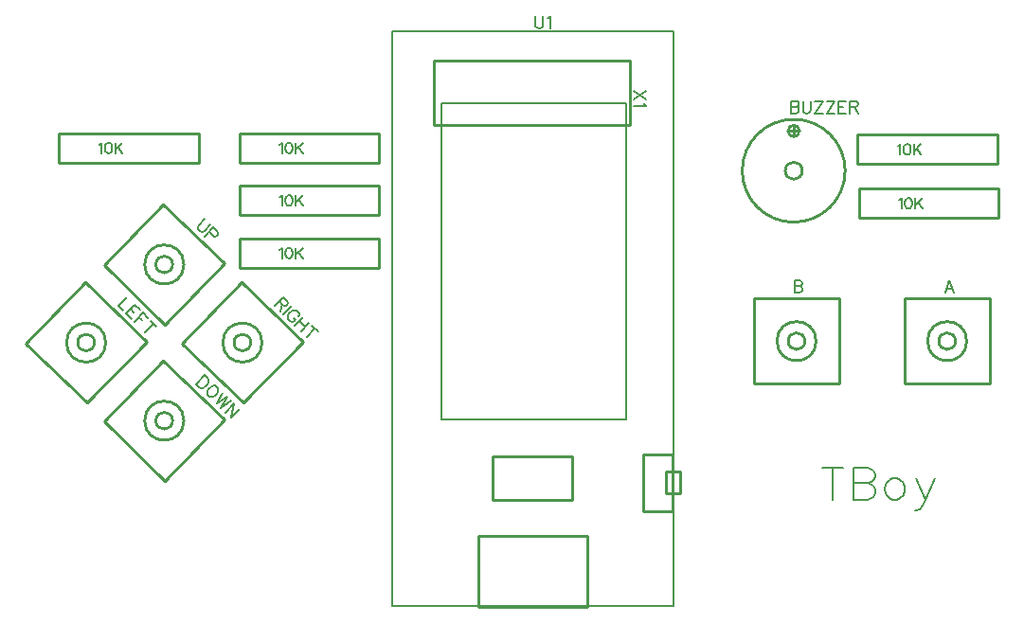
<source format=gto>
G04 Layer: TopSilkLayer*
G04 EasyEDA v6.4.19.5, 2021-06-24T18:33:29+08:00*
G04 aead1162afaa444bbc7f75adb803ea33,99b1a7aa48a248eb80d1c8c93250a523,10*
G04 Gerber Generator version 0.2*
G04 Scale: 100 percent, Rotated: No, Reflected: No *
G04 Dimensions in millimeters *
G04 leading zeros omitted , absolute positions ,4 integer and 5 decimal *
%FSLAX45Y45*%
%MOMM*%

%ADD10C,0.2540*%
%ADD20C,0.1270*%
%ADD21C,0.2032*%
%ADD22C,0.1524*%

%LPD*%
D21*
X7753604Y10665968D02*
G01*
X7753604Y10379455D01*
X7658100Y10665968D02*
G01*
X7849108Y10665968D01*
X7939024Y10665968D02*
G01*
X7939024Y10379455D01*
X7939024Y10665968D02*
G01*
X8061706Y10665968D01*
X8102600Y10652252D01*
X8116315Y10638536D01*
X8130031Y10611358D01*
X8130031Y10584179D01*
X8116315Y10556747D01*
X8102600Y10543286D01*
X8061706Y10529570D01*
X7939024Y10529570D02*
G01*
X8061706Y10529570D01*
X8102600Y10515854D01*
X8116315Y10502392D01*
X8130031Y10474960D01*
X8130031Y10434065D01*
X8116315Y10406887D01*
X8102600Y10393171D01*
X8061706Y10379455D01*
X7939024Y10379455D01*
X8288020Y10570463D02*
G01*
X8260841Y10556747D01*
X8233663Y10529570D01*
X8219947Y10488676D01*
X8219947Y10461497D01*
X8233663Y10420350D01*
X8260841Y10393171D01*
X8288020Y10379455D01*
X8328913Y10379455D01*
X8356345Y10393171D01*
X8383524Y10420350D01*
X8397240Y10461497D01*
X8397240Y10488676D01*
X8383524Y10529570D01*
X8356345Y10556747D01*
X8328913Y10570463D01*
X8288020Y10570463D01*
X8500872Y10570463D02*
G01*
X8582659Y10379455D01*
X8664447Y10570463D02*
G01*
X8582659Y10379455D01*
X8555481Y10325100D01*
X8528050Y10297668D01*
X8500872Y10284205D01*
X8487156Y10284205D01*
X8333740Y13542263D02*
G01*
X8342884Y13546836D01*
X8356600Y13560552D01*
X8356600Y13465047D01*
X8413750Y13560552D02*
G01*
X8400288Y13555979D01*
X8391143Y13542263D01*
X8386572Y13519657D01*
X8386572Y13505942D01*
X8391143Y13483336D01*
X8400288Y13469620D01*
X8413750Y13465047D01*
X8422893Y13465047D01*
X8436609Y13469620D01*
X8445754Y13483336D01*
X8450325Y13505942D01*
X8450325Y13519657D01*
X8445754Y13542263D01*
X8436609Y13555979D01*
X8422893Y13560552D01*
X8413750Y13560552D01*
X8480297Y13560552D02*
G01*
X8480297Y13465047D01*
X8543797Y13560552D02*
G01*
X8480297Y13496797D01*
X8502904Y13519657D02*
G01*
X8543797Y13465047D01*
X8346440Y13059663D02*
G01*
X8355584Y13064236D01*
X8369300Y13077952D01*
X8369300Y12982447D01*
X8426450Y13077952D02*
G01*
X8412988Y13073379D01*
X8403843Y13059663D01*
X8399272Y13037058D01*
X8399272Y13023342D01*
X8403843Y13000736D01*
X8412988Y12987020D01*
X8426450Y12982447D01*
X8435593Y12982447D01*
X8449309Y12987020D01*
X8458454Y13000736D01*
X8463025Y13023342D01*
X8463025Y13037058D01*
X8458454Y13059663D01*
X8449309Y13073379D01*
X8435593Y13077952D01*
X8426450Y13077952D01*
X8492997Y13077952D02*
G01*
X8492997Y12982447D01*
X8556497Y13077952D02*
G01*
X8492997Y13014197D01*
X8515604Y13037058D02*
G01*
X8556497Y12982447D01*
X1196339Y13554963D02*
G01*
X1205484Y13559536D01*
X1219200Y13573252D01*
X1219200Y13477747D01*
X1276350Y13573252D02*
G01*
X1262887Y13568679D01*
X1253744Y13554963D01*
X1249171Y13532357D01*
X1249171Y13518642D01*
X1253744Y13496036D01*
X1262887Y13482320D01*
X1276350Y13477747D01*
X1285494Y13477747D01*
X1299210Y13482320D01*
X1308354Y13496036D01*
X1312926Y13518642D01*
X1312926Y13532357D01*
X1308354Y13554963D01*
X1299210Y13568679D01*
X1285494Y13573252D01*
X1276350Y13573252D01*
X1342897Y13573252D02*
G01*
X1342897Y13477747D01*
X1406397Y13573252D02*
G01*
X1342897Y13509497D01*
X1365504Y13532357D02*
G01*
X1406397Y13477747D01*
X2809240Y13554963D02*
G01*
X2818384Y13559536D01*
X2832100Y13573252D01*
X2832100Y13477747D01*
X2889250Y13573252D02*
G01*
X2875788Y13568679D01*
X2866643Y13554963D01*
X2862072Y13532357D01*
X2862072Y13518642D01*
X2866643Y13496036D01*
X2875788Y13482320D01*
X2889250Y13477747D01*
X2898393Y13477747D01*
X2912109Y13482320D01*
X2921254Y13496036D01*
X2925825Y13518642D01*
X2925825Y13532357D01*
X2921254Y13554963D01*
X2912109Y13568679D01*
X2898393Y13573252D01*
X2889250Y13573252D01*
X2955797Y13573252D02*
G01*
X2955797Y13477747D01*
X3019297Y13573252D02*
G01*
X2955797Y13509497D01*
X2978404Y13532357D02*
G01*
X3019297Y13477747D01*
X2809240Y12615163D02*
G01*
X2818384Y12619736D01*
X2832100Y12633452D01*
X2832100Y12537947D01*
X2889250Y12633452D02*
G01*
X2875788Y12628879D01*
X2866643Y12615163D01*
X2862072Y12592558D01*
X2862072Y12578842D01*
X2866643Y12556236D01*
X2875788Y12542520D01*
X2889250Y12537947D01*
X2898393Y12537947D01*
X2912109Y12542520D01*
X2921254Y12556236D01*
X2925825Y12578842D01*
X2925825Y12592558D01*
X2921254Y12615163D01*
X2912109Y12628879D01*
X2898393Y12633452D01*
X2889250Y12633452D01*
X2955797Y12633452D02*
G01*
X2955797Y12537947D01*
X3019297Y12633452D02*
G01*
X2955797Y12569697D01*
X2978404Y12592558D02*
G01*
X3019297Y12537947D01*
X2809240Y13085063D02*
G01*
X2818384Y13089636D01*
X2832100Y13103352D01*
X2832100Y13007847D01*
X2889250Y13103352D02*
G01*
X2875788Y13098779D01*
X2866643Y13085063D01*
X2862072Y13062458D01*
X2862072Y13048742D01*
X2866643Y13026136D01*
X2875788Y13012420D01*
X2889250Y13007847D01*
X2898393Y13007847D01*
X2912109Y13012420D01*
X2921254Y13026136D01*
X2925825Y13048742D01*
X2925825Y13062458D01*
X2921254Y13085063D01*
X2912109Y13098779D01*
X2898393Y13103352D01*
X2889250Y13103352D01*
X2955797Y13103352D02*
G01*
X2955797Y13007847D01*
X3019297Y13103352D02*
G01*
X2955797Y13039597D01*
X2978404Y13062458D02*
G01*
X3019297Y13007847D01*
D22*
X7378700Y13945616D02*
G01*
X7378700Y13836650D01*
X7378700Y13945616D02*
G01*
X7425436Y13945616D01*
X7440929Y13940536D01*
X7446263Y13935202D01*
X7451343Y13924787D01*
X7451343Y13914374D01*
X7446263Y13903960D01*
X7440929Y13898879D01*
X7425436Y13893800D01*
X7378700Y13893800D02*
G01*
X7425436Y13893800D01*
X7440929Y13888466D01*
X7446263Y13883386D01*
X7451343Y13872971D01*
X7451343Y13857224D01*
X7446263Y13846810D01*
X7440929Y13841729D01*
X7425436Y13836650D01*
X7378700Y13836650D01*
X7485634Y13945616D02*
G01*
X7485634Y13867637D01*
X7490968Y13852144D01*
X7501381Y13841729D01*
X7516875Y13836650D01*
X7527290Y13836650D01*
X7542784Y13841729D01*
X7553197Y13852144D01*
X7558531Y13867637D01*
X7558531Y13945616D01*
X7665465Y13945616D02*
G01*
X7592822Y13836650D01*
X7592822Y13945616D02*
G01*
X7665465Y13945616D01*
X7592822Y13836650D02*
G01*
X7665465Y13836650D01*
X7772400Y13945616D02*
G01*
X7699756Y13836650D01*
X7699756Y13945616D02*
G01*
X7772400Y13945616D01*
X7699756Y13836650D02*
G01*
X7772400Y13836650D01*
X7806690Y13945616D02*
G01*
X7806690Y13836650D01*
X7806690Y13945616D02*
G01*
X7874254Y13945616D01*
X7806690Y13893800D02*
G01*
X7848345Y13893800D01*
X7806690Y13836650D02*
G01*
X7874254Y13836650D01*
X7908543Y13945616D02*
G01*
X7908543Y13836650D01*
X7908543Y13945616D02*
G01*
X7955279Y13945616D01*
X7971027Y13940536D01*
X7976108Y13935202D01*
X7981441Y13924787D01*
X7981441Y13914374D01*
X7976108Y13903960D01*
X7971027Y13898879D01*
X7955279Y13893800D01*
X7908543Y13893800D01*
X7945120Y13893800D02*
G01*
X7981441Y13836650D01*
X2141029Y12889095D02*
G01*
X2086858Y12833002D01*
X2079752Y12818328D01*
X2080006Y12803601D01*
X2087808Y12789009D01*
X2095296Y12781775D01*
X2109970Y12774665D01*
X2124697Y12774922D01*
X2139114Y12782539D01*
X2193282Y12838633D01*
X2217950Y12814813D02*
G01*
X2142256Y12736428D01*
X2217950Y12814813D02*
G01*
X2251570Y12782346D01*
X2259368Y12767754D01*
X2259317Y12760385D01*
X2255918Y12749189D01*
X2245156Y12738044D01*
X2234084Y12734259D01*
X2226901Y12734135D01*
X2211870Y12741236D01*
X2178250Y12773700D01*
X2141026Y11492092D02*
G01*
X2065337Y11413708D01*
X2141026Y11492092D02*
G01*
X2167155Y11466865D01*
X2174956Y11452268D01*
X2175029Y11437721D01*
X2171631Y11426525D01*
X2164346Y11411666D01*
X2146348Y11393030D01*
X2131933Y11385415D01*
X2120861Y11381630D01*
X2106317Y11381193D01*
X2091461Y11388481D01*
X2065337Y11413708D01*
X2240424Y11396108D02*
G01*
X2229401Y11399692D01*
X2214676Y11399433D01*
X2203790Y11395471D01*
X2189012Y11387846D01*
X2171014Y11369212D01*
X2164090Y11354361D01*
X2160508Y11343340D01*
X2160765Y11328615D01*
X2164730Y11317726D01*
X2179711Y11303256D01*
X2190732Y11299680D01*
X2205456Y11299936D01*
X2216345Y11303896D01*
X2230945Y11311336D01*
X2248941Y11329974D01*
X2256043Y11345009D01*
X2259624Y11356027D01*
X2259368Y11370751D01*
X2255403Y11381640D01*
X2240424Y11396108D01*
X2302543Y11336121D02*
G01*
X2245486Y11239738D01*
X2339817Y11300124D02*
G01*
X2245486Y11239738D01*
X2339817Y11300124D02*
G01*
X2282761Y11203746D01*
X2377274Y11263952D02*
G01*
X2282761Y11203746D01*
X2401940Y11240135D02*
G01*
X2326246Y11161748D01*
X2401940Y11240135D02*
G01*
X2378499Y11111288D01*
X2454196Y11189672D02*
G01*
X2378499Y11111288D01*
X2839529Y12190595D02*
G01*
X2763832Y12112210D01*
X2839529Y12190595D02*
G01*
X2873146Y12158129D01*
X2880763Y12143714D01*
X2880893Y12136168D01*
X2877311Y12125147D01*
X2870080Y12117659D01*
X2859194Y12113694D01*
X2851828Y12113747D01*
X2837152Y12120857D01*
X2803532Y12153323D01*
X2829659Y12128091D02*
G01*
X2816087Y12061748D01*
X2916450Y12116315D02*
G01*
X2840756Y12037928D01*
X2979211Y12019686D02*
G01*
X2982790Y12030707D01*
X2982536Y12045434D01*
X2978571Y12056320D01*
X2963590Y12070791D01*
X2952569Y12074370D01*
X2937845Y12074113D01*
X2926956Y12070148D01*
X2912181Y12062526D01*
X2894180Y12043892D01*
X2887253Y12029041D01*
X2883674Y12018020D01*
X2883933Y12003295D01*
X2887896Y11992406D01*
X2902879Y11977938D01*
X2913895Y11974360D01*
X2928625Y11974614D01*
X2939511Y11978573D01*
X2950273Y11989722D01*
X2931637Y12007720D02*
G01*
X2950273Y11989722D01*
X3021876Y12014504D02*
G01*
X2946179Y11936122D01*
X3074311Y11963867D02*
G01*
X2998619Y11885482D01*
X2985879Y11977235D02*
G01*
X3038320Y11926592D01*
X3125106Y11914814D02*
G01*
X3049412Y11836433D01*
X3098980Y11940044D02*
G01*
X3151238Y11889582D01*
X1442526Y12190592D02*
G01*
X1366832Y12112210D01*
X1366832Y12112210D02*
G01*
X1411597Y12068982D01*
X1511957Y12123546D02*
G01*
X1436263Y12045162D01*
X1511957Y12123546D02*
G01*
X1560560Y12076612D01*
X1475963Y12086272D02*
G01*
X1505927Y12057336D01*
X1436263Y12045162D02*
G01*
X1484863Y11998228D01*
X1585224Y12052792D02*
G01*
X1509529Y11974408D01*
X1585224Y12052792D02*
G01*
X1633824Y12005858D01*
X1549232Y12015518D02*
G01*
X1579196Y11986582D01*
X1684621Y11956808D02*
G01*
X1608927Y11878424D01*
X1658493Y11982038D02*
G01*
X1710931Y11931398D01*
X7409306Y12341809D02*
G01*
X7409306Y12232843D01*
X7409306Y12341809D02*
G01*
X7456043Y12341809D01*
X7471536Y12336729D01*
X7476870Y12331395D01*
X7481950Y12320981D01*
X7481950Y12310567D01*
X7476870Y12300153D01*
X7471536Y12295073D01*
X7456043Y12289993D01*
X7409306Y12289993D02*
G01*
X7456043Y12289993D01*
X7471536Y12284659D01*
X7476870Y12279579D01*
X7481950Y12269165D01*
X7481950Y12253417D01*
X7476870Y12243003D01*
X7471536Y12237923D01*
X7456043Y12232843D01*
X7409306Y12232843D01*
X8797163Y12341809D02*
G01*
X8755506Y12232843D01*
X8797163Y12341809D02*
G01*
X8838565Y12232843D01*
X8771000Y12269165D02*
G01*
X8823070Y12269165D01*
X5092700Y14707616D02*
G01*
X5092700Y14629637D01*
X5097779Y14614144D01*
X5108193Y14603729D01*
X5123941Y14598650D01*
X5134356Y14598650D01*
X5149850Y14603729D01*
X5160263Y14614144D01*
X5165343Y14629637D01*
X5165343Y14707616D01*
X5199634Y14686787D02*
G01*
X5210047Y14692121D01*
X5225795Y14707616D01*
X5225795Y14598650D01*
X6084315Y14033500D02*
G01*
X5975350Y13960855D01*
X6084315Y13960855D02*
G01*
X5975350Y14033500D01*
X6063488Y13926566D02*
G01*
X6068822Y13916152D01*
X6084315Y13900404D01*
X5975350Y13900404D01*
D10*
X9222892Y13642797D02*
G01*
X7972882Y13642797D01*
X7972882Y13382802D01*
X9222892Y13382802D01*
X9222892Y13642797D01*
X9235592Y13160197D02*
G01*
X7985582Y13160197D01*
X7985582Y12900202D01*
X9235592Y12900202D01*
X9235592Y13160197D01*
X2085492Y13655497D02*
G01*
X835482Y13655497D01*
X835482Y13395502D01*
X2085492Y13395502D01*
X2085492Y13655497D01*
X3698392Y13655497D02*
G01*
X2448382Y13655497D01*
X2448382Y13395502D01*
X3698392Y13395502D01*
X3698392Y13655497D01*
X3698392Y12715697D02*
G01*
X2448382Y12715697D01*
X2448382Y12455702D01*
X3698392Y12455702D01*
X3698392Y12715697D01*
X3698392Y13185597D02*
G01*
X2448382Y13185597D01*
X2448382Y12925602D01*
X3698392Y12925602D01*
X3698392Y13185597D01*
X7353300Y13677900D02*
G01*
X7454900Y13677900D01*
X7404100Y13728700D02*
G01*
X7404100Y13627100D01*
X1768596Y13022834D02*
G01*
X2316734Y12493503D01*
X1787403Y11945365D01*
X1239265Y12474696D01*
X1768596Y13022834D01*
X1768596Y11625831D02*
G01*
X2316731Y11096503D01*
X1787403Y10548368D01*
X1239268Y11077696D01*
X1768596Y11625831D01*
X2467096Y12324334D02*
G01*
X3015234Y11795003D01*
X2485903Y11246865D01*
X1937765Y11776196D01*
X2467096Y12324334D01*
X1070094Y12324331D02*
G01*
X1618231Y11795005D01*
X1088905Y11246868D01*
X540768Y11776194D01*
X1070094Y12324331D01*
X7048500Y12179300D02*
G01*
X7810500Y12179300D01*
X7810500Y11417300D01*
X7048500Y11417300D01*
X7048500Y12179300D01*
X8394700Y12179300D02*
G01*
X9156700Y12179300D01*
X9156700Y11417300D01*
X8394700Y11417300D01*
X8394700Y12179300D01*
D20*
X3816350Y14566900D02*
G01*
X6326352Y14566900D01*
X6326352Y9426905D01*
X3816350Y9426905D01*
X3816350Y14566900D01*
X4254500Y13925550D02*
G01*
X5905500Y13925550D01*
X5905500Y11099800D01*
X4254500Y11099800D01*
X4254500Y13925550D01*
D10*
X4584700Y10058400D02*
G01*
X5562600Y10058400D01*
X5562600Y9423400D01*
X4584700Y9423400D01*
X4584700Y10058400D01*
X4711700Y10769600D02*
G01*
X5422900Y10769600D01*
X5422900Y10375900D01*
X4711700Y10375900D01*
X4711700Y10769600D01*
X6057900Y10782300D02*
G01*
X6324600Y10782300D01*
X6324600Y10274300D01*
X6057900Y10274300D01*
X6057900Y10782300D01*
X6261100Y10629900D02*
G01*
X6388100Y10629900D01*
X6388100Y10439400D01*
X6261100Y10439400D01*
X6261100Y10629900D01*
X4188612Y14307693D02*
G01*
X4189602Y13732687D01*
X5937605Y14306702D02*
G01*
X4188612Y14307693D01*
X4189602Y13732687D02*
G01*
X5939586Y13732687D01*
X5939586Y13732687D02*
G01*
X5940602Y14307693D01*
G75*
G01
X7864094Y13322300D02*
G03X7864094Y13322300I-459994J0D01*
G75*
G01
X7454900Y13677900D02*
G03X7454900Y13677900I-50800J0D01*
G75*
G01
X7480300Y13322300D02*
G03X7480300Y13322300I-76200J0D01*
G75*
G01
X1953006Y12484100D02*
G03X1953006Y12484100I-175006J0D01*
G75*
G01
X1852930Y12484100D02*
G03X1852930Y12484100I-74930J0D01*
G75*
G01
X1953006Y11087100D02*
G03X1953006Y11087100I-175006J0D01*
G75*
G01
X1852930Y11087100D02*
G03X1852930Y11087100I-74930J0D01*
G75*
G01
X2651506Y11785600D02*
G03X2651506Y11785600I-175006J0D01*
G75*
G01
X2551430Y11785600D02*
G03X2551430Y11785600I-74930J0D01*
G75*
G01
X1254506Y11785600D02*
G03X1254506Y11785600I-175006J0D01*
G75*
G01
X1154430Y11785600D02*
G03X1154430Y11785600I-74930J0D01*
G75*
G01
X7604506Y11798300D02*
G03X7604506Y11798300I-175006J0D01*
G75*
G01
X7504430Y11798300D02*
G03X7504430Y11798300I-74930J0D01*
G75*
G01
X8950706Y11798300D02*
G03X8950706Y11798300I-175006J0D01*
G75*
G01
X8850630Y11798300D02*
G03X8850630Y11798300I-74930J0D01*
M02*

</source>
